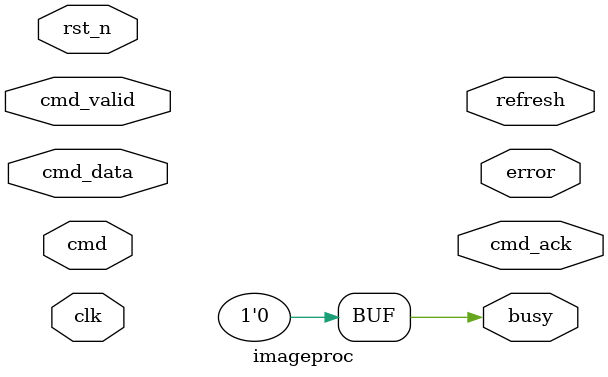
<source format=sv>
module imageproc(
input clk,
input rst_n,
input [3:0] cmd, 
input [7:0] cmd_data, 
input cmd_valid, 
output cmd_ack, 
output busy,
output refresh,
output error
); 
reg refresh;
reg busy=0; 
/// Instantiation of memory
/// TODO: hook up ports of memory to your design!
ram ram(); 


/// TODO : complete code below!!

endmodule



</source>
